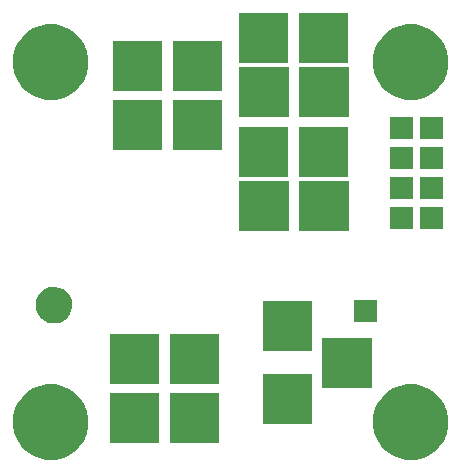
<source format=gbr>
G04 #@! TF.GenerationSoftware,KiCad,Pcbnew,(2017-02-05 revision 431abcf)-makepkg*
G04 #@! TF.CreationDate,2017-06-05T07:49:38+02:00*
G04 #@! TF.ProjectId,UNIPOWER07A,554E49504F5745523037412E6B696361,rev?*
G04 #@! TF.FileFunction,Soldermask,Top*
G04 #@! TF.FilePolarity,Negative*
%FSLAX46Y46*%
G04 Gerber Fmt 4.6, Leading zero omitted, Abs format (unit mm)*
G04 Created by KiCad (PCBNEW (2017-02-05 revision 431abcf)-makepkg) date 06/05/17 07:49:38*
%MOMM*%
%LPD*%
G01*
G04 APERTURE LIST*
%ADD10C,0.300000*%
G04 APERTURE END LIST*
D10*
G36*
X5416110Y8277872D02*
X6030848Y8151685D01*
X6609363Y7908500D01*
X7129631Y7557574D01*
X7571824Y7112283D01*
X7919105Y6589582D01*
X8158249Y6009378D01*
X8280004Y5394466D01*
X8280004Y5394449D01*
X8280137Y5393776D01*
X8270128Y4676993D01*
X8269977Y4676330D01*
X8269977Y4676306D01*
X8131099Y4065032D01*
X7875851Y3491739D01*
X7514107Y2978933D01*
X7059653Y2546162D01*
X6529787Y2209900D01*
X5944712Y1982964D01*
X5326688Y1873989D01*
X4699273Y1887132D01*
X4086359Y2021890D01*
X3511293Y2273129D01*
X2995980Y2631282D01*
X2560044Y3082706D01*
X2220093Y3610208D01*
X1989075Y4193693D01*
X1875790Y4810936D01*
X1884551Y5438424D01*
X2015027Y6052266D01*
X2262248Y6629075D01*
X2616795Y7146877D01*
X3065163Y7585952D01*
X3590276Y7929576D01*
X4172132Y8164661D01*
X4788571Y8282254D01*
X5416110Y8277872D01*
X5416110Y8277872D01*
G37*
G36*
X35896110Y8277872D02*
X36510848Y8151685D01*
X37089363Y7908500D01*
X37609631Y7557574D01*
X38051824Y7112283D01*
X38399105Y6589582D01*
X38638249Y6009378D01*
X38760004Y5394466D01*
X38760004Y5394449D01*
X38760137Y5393776D01*
X38750128Y4676993D01*
X38749977Y4676330D01*
X38749977Y4676306D01*
X38611099Y4065032D01*
X38355851Y3491739D01*
X37994107Y2978933D01*
X37539653Y2546162D01*
X37009787Y2209900D01*
X36424712Y1982964D01*
X35806688Y1873989D01*
X35179273Y1887132D01*
X34566359Y2021890D01*
X33991293Y2273129D01*
X33475980Y2631282D01*
X33040044Y3082706D01*
X32700093Y3610208D01*
X32469075Y4193693D01*
X32355790Y4810936D01*
X32364551Y5438424D01*
X32495027Y6052266D01*
X32742248Y6629075D01*
X33096795Y7146877D01*
X33545163Y7585952D01*
X34070276Y7929576D01*
X34652132Y8164661D01*
X35268571Y8282254D01*
X35896110Y8277872D01*
X35896110Y8277872D01*
G37*
G36*
X19377000Y3309000D02*
X15167000Y3309000D01*
X15167000Y7519000D01*
X19377000Y7519000D01*
X19377000Y3309000D01*
X19377000Y3309000D01*
G37*
G36*
X14297000Y3309000D02*
X10087000Y3309000D01*
X10087000Y7519000D01*
X14297000Y7519000D01*
X14297000Y3309000D01*
X14297000Y3309000D01*
G37*
G36*
X27251000Y4903000D02*
X23041000Y4903000D01*
X23041000Y9113000D01*
X27251000Y9113000D01*
X27251000Y4903000D01*
X27251000Y4903000D01*
G37*
G36*
X32251000Y8003000D02*
X28041000Y8003000D01*
X28041000Y12213000D01*
X32251000Y12213000D01*
X32251000Y8003000D01*
X32251000Y8003000D01*
G37*
G36*
X19377000Y8309000D02*
X15167000Y8309000D01*
X15167000Y12519000D01*
X19377000Y12519000D01*
X19377000Y8309000D01*
X19377000Y8309000D01*
G37*
G36*
X14297000Y8309000D02*
X10087000Y8309000D01*
X10087000Y12519000D01*
X14297000Y12519000D01*
X14297000Y8309000D01*
X14297000Y8309000D01*
G37*
G36*
X27251000Y11103000D02*
X23041000Y11103000D01*
X23041000Y15313000D01*
X27251000Y15313000D01*
X27251000Y11103000D01*
X27251000Y11103000D01*
G37*
G36*
X5528804Y16534971D02*
X5826569Y16473849D01*
X6106786Y16356057D01*
X6358793Y16186077D01*
X6572980Y15970389D01*
X6741193Y15717206D01*
X6857030Y15436165D01*
X6915934Y15138678D01*
X6915934Y15138658D01*
X6916067Y15137985D01*
X6911219Y14790793D01*
X6911067Y14790125D01*
X6911067Y14790107D01*
X6843878Y14494375D01*
X6720241Y14216680D01*
X6545025Y13968296D01*
X6324897Y13758671D01*
X6068240Y13595792D01*
X5784848Y13485871D01*
X5485489Y13433085D01*
X5181585Y13439452D01*
X4884704Y13504726D01*
X4606159Y13626418D01*
X4356550Y13799902D01*
X4145395Y14018559D01*
X3980731Y14274068D01*
X3868829Y14556697D01*
X3813958Y14855671D01*
X3818202Y15159611D01*
X3881402Y15456946D01*
X4001147Y15736332D01*
X4172884Y15987146D01*
X4390059Y16199820D01*
X4644417Y16366267D01*
X4926249Y16480135D01*
X5224839Y16537094D01*
X5528804Y16534971D01*
X5528804Y16534971D01*
G37*
G36*
X32712000Y13516000D02*
X30788000Y13516000D01*
X30788000Y15440000D01*
X32712000Y15440000D01*
X32712000Y13516000D01*
X32712000Y13516000D01*
G37*
G36*
X25231700Y21263000D02*
X21021700Y21263000D01*
X21021700Y25473000D01*
X25231700Y25473000D01*
X25231700Y21263000D01*
X25231700Y21263000D01*
G37*
G36*
X30311700Y21263000D02*
X26101700Y21263000D01*
X26101700Y25473000D01*
X30311700Y25473000D01*
X30311700Y21263000D01*
X30311700Y21263000D01*
G37*
G36*
X38300000Y21390000D02*
X36376000Y21390000D01*
X36376000Y23314000D01*
X38300000Y23314000D01*
X38300000Y21390000D01*
X38300000Y21390000D01*
G37*
G36*
X35760000Y21390000D02*
X33836000Y21390000D01*
X33836000Y23314000D01*
X35760000Y23314000D01*
X35760000Y21390000D01*
X35760000Y21390000D01*
G37*
G36*
X38300000Y23930000D02*
X36376000Y23930000D01*
X36376000Y25854000D01*
X38300000Y25854000D01*
X38300000Y23930000D01*
X38300000Y23930000D01*
G37*
G36*
X35760000Y23930000D02*
X33836000Y23930000D01*
X33836000Y25854000D01*
X35760000Y25854000D01*
X35760000Y23930000D01*
X35760000Y23930000D01*
G37*
G36*
X25219000Y25835000D02*
X21009000Y25835000D01*
X21009000Y30045000D01*
X25219000Y30045000D01*
X25219000Y25835000D01*
X25219000Y25835000D01*
G37*
G36*
X30299000Y25835000D02*
X26089000Y25835000D01*
X26089000Y30045000D01*
X30299000Y30045000D01*
X30299000Y25835000D01*
X30299000Y25835000D01*
G37*
G36*
X38300000Y26470000D02*
X36376000Y26470000D01*
X36376000Y28394000D01*
X38300000Y28394000D01*
X38300000Y26470000D01*
X38300000Y26470000D01*
G37*
G36*
X35760000Y26470000D02*
X33836000Y26470000D01*
X33836000Y28394000D01*
X35760000Y28394000D01*
X35760000Y26470000D01*
X35760000Y26470000D01*
G37*
G36*
X14551000Y28121000D02*
X10341000Y28121000D01*
X10341000Y32331000D01*
X14551000Y32331000D01*
X14551000Y28121000D01*
X14551000Y28121000D01*
G37*
G36*
X19631000Y28121000D02*
X15421000Y28121000D01*
X15421000Y32331000D01*
X19631000Y32331000D01*
X19631000Y28121000D01*
X19631000Y28121000D01*
G37*
G36*
X35760000Y29010000D02*
X33836000Y29010000D01*
X33836000Y30934000D01*
X35760000Y30934000D01*
X35760000Y29010000D01*
X35760000Y29010000D01*
G37*
G36*
X38300000Y29010000D02*
X36376000Y29010000D01*
X36376000Y30934000D01*
X38300000Y30934000D01*
X38300000Y29010000D01*
X38300000Y29010000D01*
G37*
G36*
X25231700Y30915000D02*
X21021700Y30915000D01*
X21021700Y35125000D01*
X25231700Y35125000D01*
X25231700Y30915000D01*
X25231700Y30915000D01*
G37*
G36*
X30311700Y30915000D02*
X26101700Y30915000D01*
X26101700Y35125000D01*
X30311700Y35125000D01*
X30311700Y30915000D01*
X30311700Y30915000D01*
G37*
G36*
X5416110Y38757872D02*
X6030848Y38631685D01*
X6609363Y38388500D01*
X7129631Y38037574D01*
X7571824Y37592283D01*
X7919105Y37069582D01*
X8158249Y36489378D01*
X8280004Y35874466D01*
X8280004Y35874449D01*
X8280137Y35873776D01*
X8270128Y35156993D01*
X8269977Y35156330D01*
X8269977Y35156306D01*
X8131099Y34545032D01*
X7875851Y33971739D01*
X7514107Y33458933D01*
X7059653Y33026162D01*
X6529787Y32689900D01*
X5944712Y32462964D01*
X5326688Y32353989D01*
X4699273Y32367132D01*
X4086359Y32501890D01*
X3511293Y32753129D01*
X2995980Y33111282D01*
X2560044Y33562706D01*
X2220093Y34090208D01*
X1989075Y34673693D01*
X1875790Y35290936D01*
X1884551Y35918424D01*
X2015027Y36532266D01*
X2262248Y37109075D01*
X2616795Y37626877D01*
X3065163Y38065952D01*
X3590276Y38409576D01*
X4172132Y38644661D01*
X4788571Y38762254D01*
X5416110Y38757872D01*
X5416110Y38757872D01*
G37*
G36*
X35896110Y38757872D02*
X36510848Y38631685D01*
X37089363Y38388500D01*
X37609631Y38037574D01*
X38051824Y37592283D01*
X38399105Y37069582D01*
X38638249Y36489378D01*
X38760004Y35874466D01*
X38760004Y35874449D01*
X38760137Y35873776D01*
X38750128Y35156993D01*
X38749977Y35156330D01*
X38749977Y35156306D01*
X38611099Y34545032D01*
X38355851Y33971739D01*
X37994107Y33458933D01*
X37539653Y33026162D01*
X37009787Y32689900D01*
X36424712Y32462964D01*
X35806688Y32353989D01*
X35179273Y32367132D01*
X34566359Y32501890D01*
X33991293Y32753129D01*
X33475980Y33111282D01*
X33040044Y33562706D01*
X32700093Y34090208D01*
X32469075Y34673693D01*
X32355790Y35290936D01*
X32364551Y35918424D01*
X32495027Y36532266D01*
X32742248Y37109075D01*
X33096795Y37626877D01*
X33545163Y38065952D01*
X34070276Y38409576D01*
X34652132Y38644661D01*
X35268571Y38762254D01*
X35896110Y38757872D01*
X35896110Y38757872D01*
G37*
G36*
X14551000Y33121000D02*
X10341000Y33121000D01*
X10341000Y37331000D01*
X14551000Y37331000D01*
X14551000Y33121000D01*
X14551000Y33121000D01*
G37*
G36*
X19631000Y33121000D02*
X15421000Y33121000D01*
X15421000Y37331000D01*
X19631000Y37331000D01*
X19631000Y33121000D01*
X19631000Y33121000D01*
G37*
G36*
X25219000Y35487000D02*
X21009000Y35487000D01*
X21009000Y39697000D01*
X25219000Y39697000D01*
X25219000Y35487000D01*
X25219000Y35487000D01*
G37*
G36*
X30299000Y35487000D02*
X26089000Y35487000D01*
X26089000Y39697000D01*
X30299000Y39697000D01*
X30299000Y35487000D01*
X30299000Y35487000D01*
G37*
M02*

</source>
